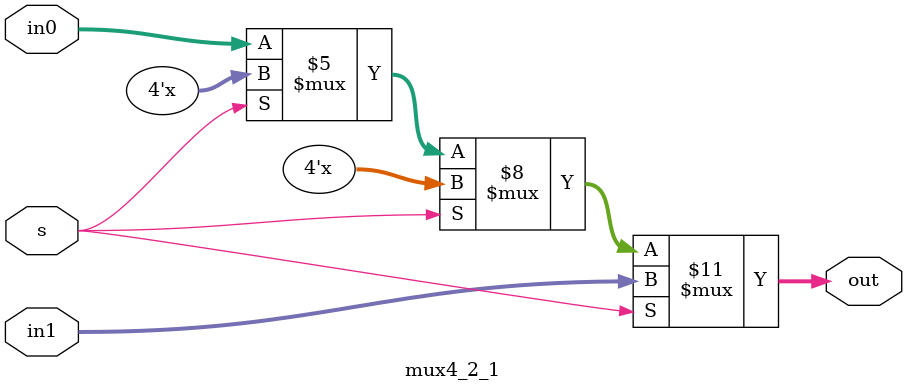
<source format=v>
/****************************************************************************
 * mux4_2_1.v
 ****************************************************************************/

/**
 * Module: mux4_2_1
 * 
 * TODO: Add module documentation
 */
module mux4_2_1(
		input [3:0] in0,
		input [3:0] in1,
		input s,
		output reg [3:0] out);
	
	always@(s or in0 or in1)
		if (s==1) begin
			out = in1;
		end
	else if (s==0) begin
			out = in0;
		end
		
endmodule



</source>
